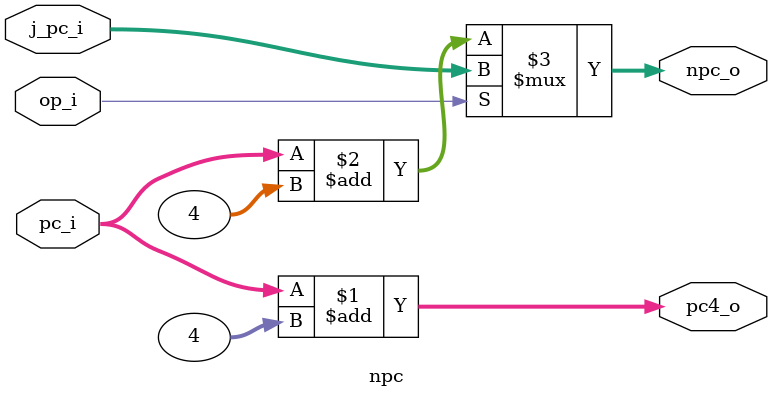
<source format=v>
`include "defines.vh"

module npc (
    input wire         op_i,       // 控制信号
    input wire  [31:0] pc_i,
    input wire  [31:0] j_pc_i,     // 跳转地址
    output wire [31:0] pc4_o,
    output wire [31:0] npc_o
);

    assign pc4_o = pc_i + 32'd4; 
    assign npc_o = op_i ? j_pc_i : pc_i + 32'd4;

endmodule
</source>
